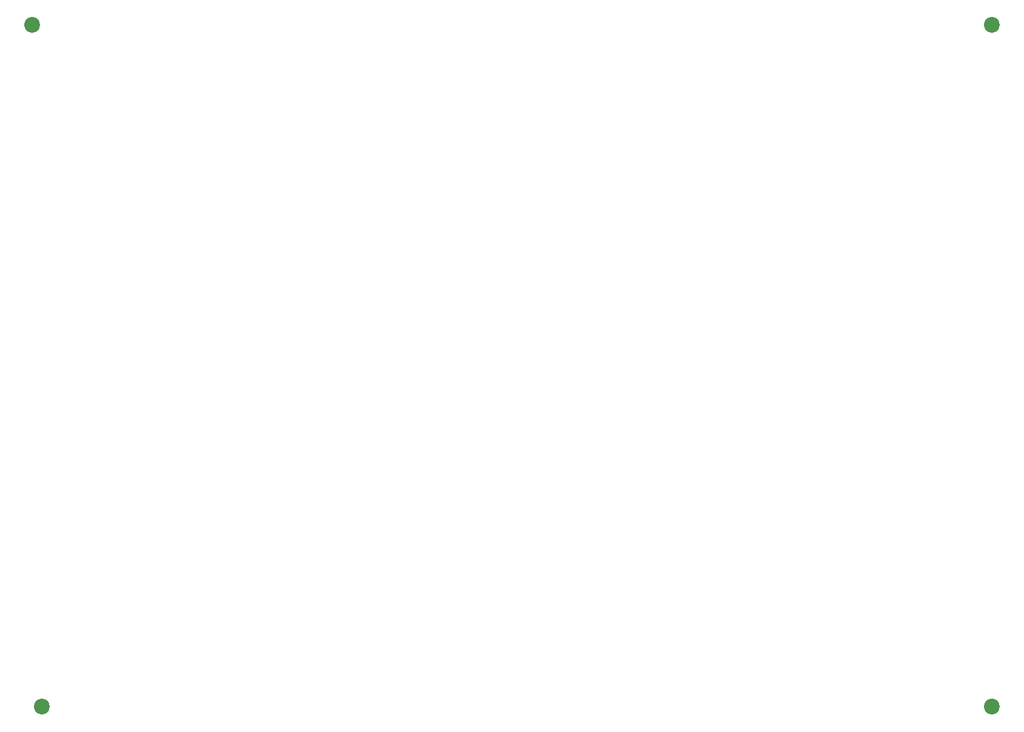
<source format=gbr>
%TF.GenerationSoftware,KiCad,Pcbnew,7.0.5*%
%TF.CreationDate,2023-07-21T14:16:54+03:00*%
%TF.ProjectId,MacroPadTopPlate,4d616372-6f50-4616-9454-6f70506c6174,rev?*%
%TF.SameCoordinates,Original*%
%TF.FileFunction,Soldermask,Top*%
%TF.FilePolarity,Negative*%
%FSLAX46Y46*%
G04 Gerber Fmt 4.6, Leading zero omitted, Abs format (unit mm)*
G04 Created by KiCad (PCBNEW 7.0.5) date 2023-07-21 14:16:54*
%MOMM*%
%LPD*%
G01*
G04 APERTURE LIST*
%ADD10C,2.200000*%
G04 APERTURE END LIST*
D10*
%TO.C,REF\u002A\u002A*%
X208171950Y-37603750D03*
%TD*%
%TO.C,REF\u002A\u002A*%
X75615700Y-132853750D03*
%TD*%
%TO.C,REF\u002A\u002A*%
X74240700Y-37603750D03*
%TD*%
%TO.C,REF\u002A\u002A*%
X208171950Y-132853750D03*
%TD*%
M02*

</source>
